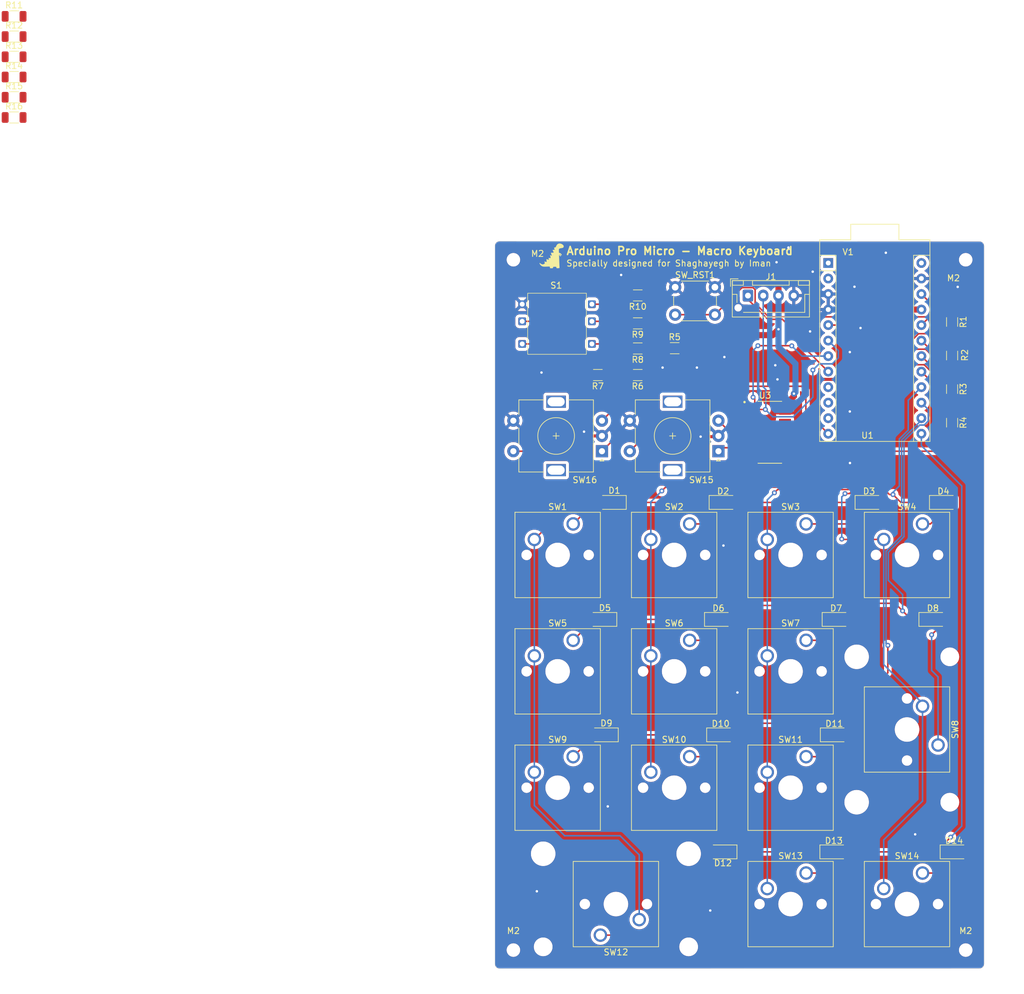
<source format=kicad_pcb>
(kicad_pcb (version 20241229) (generator "pcbnew") (generator_version "9.0")
  (layers (0 "F.Cu" signal) (2 "B.Cu" signal) (13 "F.Paste" user) (15 "B.Paste" user) (5 "F.SilkS" user "F.Silkscreen") (7 "B.SilkS" user "B.Silkscreen") (1 "F.Mask" user) (3 "B.Mask" user) (25 "Edge.Cuts" user))
  (net 0 "")
  (net 1 "Row1")
  (net 2 "Net-(D1-A)")
  (net 3 "Net-(D2-A)")
  (net 4 "Net-(D3-A)")
  (net 5 "Net-(D4-A)")
  (net 6 "Net-(D5-A)")
  (net 7 "Row2")
  (net 8 "Net-(D6-A)")
  (net 9 "Net-(D7-A)")
  (net 10 "Net-(D8-A)")
  (net 11 "Row3")
  (net 12 "Net-(D9-A)")
  (net 13 "Net-(D10-A)")
  (net 14 "Net-(D11-A)")
  (net 15 "Net-(D12-A)")
  (net 16 "Row4")
  (net 17 "Net-(D13-A)")
  (net 18 "Net-(D14-A)")
  (net 19 "Col1")
  (net 20 "Net-(R1-Pad2)")
  (net 21 "Col2")
  (net 22 "Net-(R2-Pad2)")
  (net 23 "Net-(R3-Pad2)")
  (net 24 "Col3")
  (net 25 "Net-(R4-Pad2)")
  (net 26 "Col4")
  (net 27 "GND")
  (net 30 "CLK")
  (net 31 "VCC")
  (net 33 "SDA")
  (net 34 "A1")
  (net 35 "Net-(S1-B)")
  (net 36 "Net-(S1-Push)")
  (net 37 "Net-(S1-C)")
  (net 38 "Net-(S1-D)")
  (net 39 "Net-(S1-A)")
  (net 40 "E1_A")
  (net 41 "E1_B")
  (net 42 "E1_P")
  (net 43 "E2_B")
  (net 45 "E2_A")
  (net 46 "E2_P")
  (net 49 "Net-(U1-RST)")
  (net 50 "S_IN")
  (net 51 "PL")
  (footprint "Diode_SMD:D_1206_3216Metric" (layer "F.Cu") (at 100.1776 80.7212 180)
    (property "Reference" "D1")
    (property "Value" "1N4148WT" (hide yes))
  )
  (footprint "SN74HC165DR:SOIC127P600X175-16N" (layer "F.Cu") (at 125.9588 69.2404)
    (property "Reference" "U3")
    (property "Value" "SN74HC165DR")
  )
  (footprint "Resistor_SMD:R_1206_3216Metric" (layer "F.Cu") (at 2.305 14.395)
    (property "Reference" "R15")
    (property "Value" "10K")
  )
  (footprint "Resistor_SMD:R_1206_3216Metric" (layer "F.Cu") (at 155.7782 67.6656 -90)
    (property "Reference" "R4")
    (property "Value" "10K")
  )
  (footprint "Diode_SMD:D_1206_3216Metric" (layer "F.Cu") (at 117.9068 118.7704)
    (property "Reference" "D10")
    (property "Value" "1N4148WT" (hide yes))
  )
  (footprint "Resistor_SMD:R_1206_3216Metric" (layer "F.Cu") (at 104.3432 46.8376 180)
    (property "Reference" "R10")
    (property "Value" "10K")
  )
  (footprint "Diode_SMD:D_1206_3216Metric" (layer "F.Cu") (at 136.4234 137.922)
    (property "Reference" "D13")
    (property "Value" "1N4148WT" (hide yes))
  )
  (footprint "SW_Cherry_MX_1_with_3D:SW_Cherry_MX_1.00u_PCB_with_3D" (layer "F.Cu") (at 131.8872 141.3892)
    (property "Reference" "SW13")
    (property "Value" "SW_Push")
  )
  (footprint "Resistor_SMD:R_1206_3216Metric" (layer "F.Cu") (at 2.305 7.775)
    (property "Reference" "R13")
    (property "Value" "10K")
  )
  (footprint "Button_Switch_THT:SW_PUSH_6mm_H4.3mm" (layer "F.Cu") (at 110.467 45.4872)
    (property "Reference" "SW_RST1")
    (property "Value" "SW_Push")
  )
  (footprint "Resistor_SMD:R_1206_3216Metric" (layer "F.Cu") (at 155.7782 51.181 -90)
    (property "Reference" "R1")
    (property "Value" "10K")
  )
  (footprint "Diode_SMD:D_1206_3216Metric" (layer "F.Cu") (at 118.2878 137.922 180)
    (property "Reference" "D12")
    (property "Value" "1N4148WT" (hide yes))
  )
  (footprint "Arduino:Sparkfun_Pro_Micro" (layer "F.Cu") (at 150.749 69.469 180)
    (property "Reference" "U1")
    (property "Value" "Sparkfun_Pro_Micro")
  )
  (footprint "5Way_Switch:5Way_switch" (layer "F.Cu") (at 90.1372 45.3754)
    (property "Reference" "S1")
    (property "Value" "JS5208" (hide yes))
  )
  (footprint "Diode_SMD:D_1206_3216Metric" (layer "F.Cu") (at 98.871 118.7704 180)
    (property "Reference" "D9")
    (property "Value" "1N4148WT" (hide yes))
  )
  (footprint "SW_Cherry_MX_1_with_3D:SW_Cherry_MX_1.00u_PCB_with_3D" (layer "F.Cu") (at 131.8872 122.3392)
    (property "Reference" "SW11")
    (property "Value" "SW_Push")
  )
  (footprint "SW_Cherry_MX_1_with_3D:SW_Cherry_MX_1.00u_PCB_with_3D" (layer "F.Cu") (at 150.9372 84.2392)
    (property "Reference" "SW4")
    (property "Value" "SW_Push")
  )
  (footprint "Resistor_SMD:R_1206_3216Metric" (layer "F.Cu") (at 104.3432 59.8678 180)
    (property "Reference" "R6")
    (property "Value" "220")
  )
  (footprint "Diode_SMD:D_1206_3216Metric" (layer "F.Cu") (at 154.3558 80.7212)
    (property "Reference" "D4")
    (property "Value" "1N4148WT" (hide yes))
  )
  (footprint "Diode_SMD:D_1206_3216Metric" (layer "F.Cu") (at 152.6286 99.8728)
    (property "Reference" "D8")
    (property "Value" "1N4148WT" (hide yes))
  )
  (footprint "Resistor_SMD:R_1206_3216Metric" (layer "F.Cu") (at 104.3432 55.5244 180)
    (property "Reference" "R8")
    (property "Value" "1K")
  )
  (footprint "Resistor_SMD:R_1206_3216Metric" (layer "F.Cu") (at 155.7782 62.170733 -90)
    (property "Reference" "R3")
    (property "Value" "10K")
  )
  (footprint "Rotary_Encoder:RotaryEncoder_Alps_EC11E-Switch_Vertical_H20mm" (layer "F.Cu") (at 117.5472 72.3392 180)
    (property "Reference" "SW15")
    (property "Value" "RotaryEncoder_Switch")
  )
  (footprint "Diode_SMD:D_1206_3216Metric" (layer "F.Cu") (at 117.5512 99.8728)
    (property "Reference" "D6")
    (property "Value" "1N4148WT" (hide yes))
  )
  (footprint "Connector_JST:JST_XH_B4B-XH-AM_1x04_P2.50mm_Vertical" (layer "F.Cu") (at 122.3702 46.863)
    (property "Reference" "J1")
    (property "Value" "DISPLAY")
  )
  (footprint "SW_Cherry_MX_1_with_3D:SW_Cherry_MX_1.00u_PCB_with_3D" (layer "F.Cu") (at 112.8372 103.2892)
    (property "Reference" "SW6")
    (property "Value" "SW_Push")
  )
  (footprint "SW_Cherry_MX_1_with_3D:SW_Cherry_MX_1.00u_PCB_with_3D" (layer "F.Cu") (at 93.7772 122.3392)
    (property "Reference" "SW9")
    (property "Value" "SW_Push")
  )
  (footprint "SW_Cherry_MX_1_with_3D:SW_Cherry_MX_1.00u_PCB_with_3D" (layer "F.Cu") (at 112.8372 84.2392)
    (property "Reference" "SW2")
    (property "Value" "SW_Push")
  )
  (footprint "Diode_SMD:D_1206_3216Metric" (layer "F.Cu") (at 136.4996 118.7704)
    (property "Reference" "D11")
    (property "Value" "1N4148WT" (hide yes))
  )
  (footprint "SW_Cherry_MX_1_with_3D:SW_Cherry_MX_1.00u_PCB_with_3D" (layer "F.Cu") (at 150.9372 141.3892)
    (property "Reference" "SW14")
    (property "Value" "SW_Push")
  )
  (footprint "Resistor_SMD:R_1206_3216Metric" (layer "F.Cu") (at 110.3884 55.4736)
    (property "Reference" "R5")
    (property "Value" "10K")
  )
  (footprint "Button_Switch_Keyboard:SW_Cherry_MX_2.00u_PCB" (layer "F.Cu") (at 153.4772 120.4342 -90)
    (property "Reference" "SW8")
    (property "Value" "SW_Push")
  )
  (footprint "Diode_SMD:D_1206_3216Metric" (layer "F.Cu") (at 118.3132 80.7212)
    (property "Reference" "D2")
    (property "Value" "1N4148WT" (hide yes))
  )
  (footprint "SW_Cherry_MX_1_with_3D:SW_Cherry_MX_1.00u_PCB_with_3D" (layer "F.Cu") (at 131.8872 103.2892)
    (property "Reference" "SW7")
    (property "Value" "SW_Push")
  )
  (footprint "MountingHole:MountingHole_2.2mm_M2" (layer "F.Cu") (at 158 154)
    (property "Reference" "M2")
    (property "Value" "MountingHole_2.2mm_M2")
  )
  (footprint "Diode_SMD:D_1206_3216Metric" (layer "F.Cu") (at 142.1892 80.7212)
    (property "Reference" "D3")
    (property "Value" "1N4148WT" (hide yes))
  )
  (footprint "Duddles:black-dina-4x4" (layer "F.Cu") (at 90.2462 40.3606)
    (property "Reference" "Arduino Pro Micro - Macro Keyboard")
    (property "Value" "LOGO" (hide yes))
  )
  (footprint "MountingHole:MountingHole_2.2mm_M2" (layer "F.Cu") (at 84 41)
    (property "Reference" "M2")
    (property "Value" "MountingHole_2.2mm_M2")
  )
  (footprint "Resistor_SMD:R_1206_3216Metric" (layer "F.Cu") (at 155.7782 56.675867 -90)
    (property "Reference" "R2")
    (property "Value" "10K")
  )
  (footprint "Rotary_Encoder:RotaryEncoder_Alps_EC11E-Switch_Vertical_H20mm" (layer "F.Cu") (at 98.4872 72.3392 180)
    (property "Reference" "SW16")
    (property "Value" "RotaryEncoder_Switch")
  )
  (footprint "Resistor_SMD:R_1206_3216Metric" (layer "F.Cu") (at 97.8154 59.8678 180)
    (property "Reference" "R7")
    (property "Value" "330")
  )
  (footprint "Button_Switch_Keyboard:SW_Cherry_MX_2.00u_PCB" (layer "F.Cu") (at 98.2322 151.5492 180)
    (property "Reference" "SW12")
    (property "Value" "SW_Push")
  )
  (footprint "Diode_SMD:D_1206_3216Metric" (layer "F.Cu") (at 156.1084 137.922)
    (property "Reference" "D14")
    (property "Value" "1N4148WT" (hide yes))
  )
  (footprint "MountingHole:MountingHole_2.2mm_M2" (layer "F.Cu") (at 158 41)
    (property "Reference" "M2")
    (property "Value" "MountingHole_2.2mm_M2")
  )
  (footprint "Diode_SMD:D_1206_3216Metric" (layer "F.Cu") (at 98.6282 99.8728 180)
    (property "Reference" "D5")
    (property "Value" "1N4148WT" (hide yes))
  )
  (footprint "Resistor_SMD:R_1206_3216Metric" (layer "F.Cu") (at 104.3432 51.4096 180)
    (property "Reference" "R9")
    (property "Value" "4.7K")
  )
  (footprint "Resistor_SMD:R_1206_3216Metric" (layer "F.Cu") (at 2.305 4.465)
    (property "Reference" "R12")
    (property "Value" "10K")
  )
  (footprint "Resistor_SMD:R_1206_3216Metric" (layer "F.Cu") (at 2.305 11.085)
    (property "Reference" "R14")
    (property "Value" "10K")
  )
  (footprint "MountingHole:MountingHole_2.2mm_M2" (layer "F.Cu") (at 84 154)
    (property "Reference" "M2")
    (property "Value" "MountingHole_2.2mm_M2")
  )
  (footprint "SW_Cherry_MX_1_with_3D:SW_Cherry_MX_1.00u_PCB_with_3D" (layer "F.Cu") (at 112.8372 122.3392)
    (property "Reference" "SW10")
    (property "Value" "SW_Push")
  )
  (footprint "SW_Cherry_MX_1_with_3D:SW_Cherry_MX_1.00u_PCB_with_3D" (layer "F.Cu") (at 93.7772 103.2892)
    (property "Reference" "SW5")
    (property "Value" "SW_Push")
  )
  (footprint "Resistor_SMD:R_1206_3216Metric" (layer "F.Cu") (at 2.305 17.705)
    (property "Reference" "R16")
    (property "Value" "10K")
  )
  (footprint "Resistor_SMD:R_1206_3216Metric" (layer "F.Cu") (at 2.305 1.155)
    (property "Reference" "R11")
    (property "Value" "10K")
  )
  (footprint "SW_Cherry_MX_1_with_3D:SW_Cherry_MX_1.00u_PCB_with_3D" (layer "F.Cu") (at 131.8872 84.2392)
    (property "Reference" "SW3")
    (property "Value" "SW_Push")
  )
  (footprint "Diode_SMD:D_1206_3216Metric" (layer "F.Cu") (at 136.8044 99.8728)
    (property "Reference" "D7")
    (property "Value" "1N4148WT" (hide yes))
  )
  (footprint "SW_Cherry_MX_1_with_3D:SW_Cherry_MX_1.00u_PCB_with_3D" (layer "F.Cu") (at 93.7772 84.2392)
    (property "Reference" "SW1")
    (property "Value" "SW_Push")
  )
  (gr_line (start 160.25 157) (end 81.7372 157.0108) (stroke (width 0.05)) (layer "Edge.Cuts"))
  (gr_arc (start 160.25167 38.00733) (mid 160.782 38.227) (end 161.00167 38.75733) (stroke (width 0.05)) (layer "Edge.Cuts"))
  (gr_line (start 80.9872 156.2608) (end 80.9872 38.735) (stroke (width 0.05)) (layer "Edge.Cuts"))
  (gr_arc (start 80.9872 38.735) (mid 81.20687 38.20467) (end 81.7372 37.985) (stroke (width 0.05)) (layer "Edge.Cuts"))
  (gr_line (start 161.00167 38.75733) (end 161 156.25) (stroke (width 0.05)) (layer "Edge.Cuts"))
  (gr_arc (start 81.7372 157.0108) (mid 81.20687 156.79113) (end 80.9872 156.2608) (stroke (width 0.05)) (layer "Edge.Cuts"))
  (gr_arc (start 161 156.25) (mid 160.78033 156.78033) (end 160.25 157) (stroke (width 0.05)) (layer "Edge.Cuts"))
  (gr_line (start 81.7372 37.985) (end 160.25167 38.007331) (stroke (width 0.05)) (layer "Edge.Cuts"))
  (gr_text "Specially designed for Shaghayegh by Iman\n" (at 109.420697 41.5798 0) (layer "F.SilkS") (effects (font (size 1 1))))
  (gr_text "V1" (at 138.7602 39.7256 0) (layer "F.SilkS") (effects (font (size 1 1))))
  (segment (start 101.5776 80.7212) (end 116.9132 80.7212) (width 0.25) (layer "F.Cu") (net 1))
  (segment (start 143.1514 78.359) (end 140.7892 80.7212) (width 0.25) (layer "F.Cu") (net 1))
  (segment (start 147.3962 80.7212) (end 146.1008 79.4258) (width 0.25) (layer "F.Cu") (net 1))
  (segment (start 123.9012 80.7212) (end 122.2502 79.0702) (width 0.25) (layer "F.Cu") (net 1))
  (segment (start 145.5166 79.4258) (end 144.4498 78.359) (width 0.25) (layer "F.Cu") (net 1))
  (segment (start 146.1008 79.4258) (end 145.5166 79.4258) (width 0.25) (layer "F.Cu") (net 1))
  (segment (start 122.2502 79.0702) (end 118.5642 79.0702) (width 0.25) (layer "F.Cu") (net 1))
  (segment (start 144.4498 78.359) (end 143.1514 78.359) (width 0.25) (layer "F.Cu") (net 1))
  (segment (start 140.7892 80.7212) (end 123.9012 80.7212) (width 0.25) (layer "F.Cu") (net 1))
  (segment (start 152.9558 80.7212) (end 147.3962 80.7212) (width 0.25) (layer "F.Cu") (net 1))
  (segment (start 118.5642 79.0702) (end 116.9132 80.7212) (width 0.25) (layer "F.Cu") (net 1))
  (via (at 146.1008 79.4258) (size 0.8) (drill 0.4) (layers "F.Cu" "B.Cu") (net 1))
  (segment (start 148.602114 68.871514) (end 147.1422 70.331428) (width 0.25) (layer "B.Cu") (net 1))
  (segment (start 148.602114 63.995886) (end 148.602114 68.871514) (width 0.25) (layer "B.Cu") (net 1))
  (segment (start 150.749 61.849) (end 148.602114 63.995886) (width 0.25) (layer "B.Cu") (net 1))
  (segment (start 146.1008 79.0702) (end 146.1008 79.4258) (width 0.25) (layer "B.Cu") (net 1))
  (segment (start 147.1422 70.331428) (end 147.1422 78.0288) (width 0.25) (layer "B.Cu") (net 1))
  (segment (start 147.1422 78.0288) (end 146.1008 79.0702) (width 0.25) (layer "B.Cu") (net 1))
  (segment (start 97.2952 80.7212) (end 98.7776 80.7212) (width 0.25) (layer "F.Cu") (net 2))
  (segment (start 93.7772 84.2392) (end 97.2952 80.7212) (width 0.25) (layer "F.Cu") (net 2))
  (segment (start 116.1952 84.2392) (end 112.8372 84.2392) (width 0.25) (layer "F.Cu") (net 3))
  (segment (start 119.7132 80.7212) (end 116.1952 84.2392) (width 0.25) (layer "F.Cu") (net 3))
  (segment (start 143.5892 80.7212) (end 140.0712 84.2392) (width 0.25) (layer "F.Cu") (net 4))
  (segment (start 140.0712 84.2392) (end 131.8872 84.2392) (width 0.25) (layer "F.Cu") (net 4))
  (segment (start 152.2378 84.2392) (end 150.9372 84.2392) (width 0.25) (layer "F.Cu") (net 5))
  (segment (start 155.7558 80.7212) (end 152.2378 84.2392) (width 0.25) (layer "F.Cu") (net 5))
  (segment (start 97.1936 99.8728) (end 97.2282 99.8728) (width 0.25) (layer "F.Cu") (net 6))
  (segment (start 93.7772 103.2892) (end 97.1936 99.8728) (width 0.25) (layer "F.Cu") (net 6))
  (segment (start 135.4044 99.8728) (end 135.4044 98.047) (width 0.25) (layer "F.Cu") (net 7))
  (segment (start 117.0432 99.8728) (end 116.1512 99.8728) (width 0.25) (layer "F.Cu") (net 7))
  (segment (start 136.2202 97.2312) (end 146.431 97.2312) (width 0.25) (layer "F.Cu") (net 7))
  (segment (start 149.0726 99.8728) (end 147.6756 98.4758) (width 0.25) (layer "F.Cu") (net 7))
  (segment (start 119.3292 97.5868) (end 117.0432 99.8728) (width 0.25) (layer "F.Cu") (net 7))
  (segment (start 133.1184 97.5868) (end 119.3292 97.5868) (width 0.25) (layer "F.Cu") (net 7))
  (segment (start 135.4044 98.047) (end 136.2202 97.2312) (width 0.25) (layer "F.Cu") (net 7))
  (segment (start 146.431 97.2312) (end 147.6756 98.4758) (width 0.25) (layer "F.Cu") (net 7))
  (segment (start 151.2286 99.8728) (end 149.0726 99.8728) (width 0.25) (layer "F.Cu") (net 7))
  (segment (start 135.4044 99.8728) (end 133.1184 97.5868) (width 0.25) (layer "F.Cu") (net 7))
  (segment (start 100.0282 99.8728) (end 116.1512 99.8728) (width 0.25) (layer "F.Cu") (net 7))
  (via (at 147.6756 98.4758) (size 0.8) (drill 0.4) (layers "F.Cu" "B.Cu") (net 7))
  (segment (start 150.487772 68.055) (end 147.9012 70.641572) (width 0.25) (layer "B.Cu") (net 7))
  (segment (start 147.6756 95.8044) (end 147.6756 98.4758) (width 0.25) (layer "B.Cu") (net 7))
  (segment (start 145.3432 88.871372) (end 145.3432 93.472) (width 0.25) (layer "B.Cu") (net 7))
  (segment (start 151.875 67.395405) (end 151.215405 68.055) (width 0.25) (layer "B.Cu") (net 7))
  (segment (start 145.3432 93.472) (end 147.6756 95.8044) (width 0.25) (layer "B.Cu") (net 7))
  (segment (start 151.215405 68.055) (end 150.487772 68.055) (width 0.25) (layer "B.Cu") (net 7))
  (segment (start 151.875 65.515) (end 151.875 67.395405) (width 0.25) (layer "B.Cu") (net 7))
  (segment (start 147.9012 86.313372) (end 145.3432 88.871372) (width 0.25) (layer "B.Cu") (net 7))
  (segment (start 147.9012 70.641572) (end 147.9012 86.313372) (width 0.25) (layer "B.Cu") (net 7))
  (segment (start 150.749 64.389) (end 151.875 65.515) (width 0.25) (layer "B.Cu") (net 7))
  (segment (start 115.5348 103.2892) (end 118.9512 99.8728) (width 0.25) (layer "F.Cu") (net 8))
  (segment (start 112.8372 103.2892) (end 115.5348 103.2892) (width 0.25) (layer "F.Cu") (net 8))
  (segment (start 134.788 103.2892) (end 138.2044 99.8728) (width 0.25) (layer "F.Cu") (net 9))
  (segment (start 131.8872 103.2892) (end 134.788 103.2892) (width 0.25) (layer "F.Cu") (net 9))
  (segment (start 152.4254 102.3874) (end 154.0286 100.7842) (width 0.25) (layer "F.Cu") (net 10))
  (segment (start 154.0286 100.7842) (end 154.0286 99.8728) (width 0.25) (layer "F.Cu") (net 10))
  (via (at 152.4254 102.3874) (size 0.8) (drill 0.4) (layers "F.Cu" "B.Cu") (net 10))
  (segment (start 152.4254 108.2294) (end 153.4772 109.2812) (width 0.25) (layer "B.Cu") (net 10))
  (segment (start 152.4254 102.3874) (end 152.4254 108.2294) (width 0.25) (layer "B.Cu") (net 10))
  (segment (start 153.4772 109.2812) (end 153.4772 120.4342) (width 0.25) (layer "B.Cu") (net 10))
  (segment (start 130.048 116.8654) (end 131.953 118.7704) (width 0.25) (layer "F.Cu") (net 11))
  (segment (start 135.0996 118.7704) (end 145.2626 108.6074) (width 0.25) (layer "F.Cu") (net 11))
  (segment (start 100.271 118.7704) (end 116.5068 118.7704) (width 0.25) (layer "F.Cu") (net 11))
  (segment (start 145.2626 108.6074) (end 145.2626 104.1146) (width 0.25) (layer "F.Cu") (net 11))
  (segment (start 117.2718 116.8654) (end 130.048 116.8654) (width 0.25) (layer "F.Cu") (net 11))
  (segment (start 117.221 116.8146) (end 117.2718 116.8654) (width 0.25) (layer "F.Cu") (net 11))
  (segment (start 116.5068 117.5288) (end 117.221 116.8146) (width 0.25) (layer "F.Cu") (net 11))
  (segment (start 116.5068 118.7704) (end 116.5068 117.5288) (width 0.25) (layer "F.Cu") (net 11))
  (segment (start 131.953 118.7704) (end 135.0996 118.7704) (width 0.25) (layer "F.Cu") (net 11))
  (via (at 145.2626 104.1146) (size 0.8) (drill 0.4) (layers "F.Cu" "B.Cu") (net 11))
  (segment (start 150.749 67.2592) (end 150.749 66.929) (width 0.25) (layer "B.Cu") (net 11))
  (segment (start 144.9652 88.7148) (end 147.5232 86.1568) (width 0.25) (layer "B.Cu") (net 11))
  (segment (start 147.5232 86.1568) (end 147.5232 70.485) (width 0.25) (layer "B.Cu") (net 11))
  (segment (start 147.5232 70.485) (end 150.749 67.2592) (width 0.25) (layer "B.Cu") (net 11))
  (segment (start 144.9652 103.8172) (end 144.9652 88.7148) (width 0.25) (layer "B.Cu") (net 11))
  (segment (start 145.2626 104.1146) (end 144.9652 103.8172) (width 0.25) (layer "B.Cu") (net 11))
  (segment (start 93.7772 122.3392) (end 97.346 118.7704) (width 0.25) (layer "F.Cu") (net 12))
  (segment (start 97.346 118.7704) (end 97.471 118.7704) (width 0.25) (layer "F.Cu") (net 12))
  (segment (start 112.8372 122.3392) (end 115.738 122.3392) (width 0.25) (layer "F.Cu") (net 13))
  (segment (start 115.738 122.3392) (end 119.3068 118.7704) (width 0.25) (layer "F.Cu") (net 13))
  (segment (start 131.8872 122.3392) (end 134.3308 122.3392) (width 0.25) (layer "F.Cu") (net 14))
  (segment (start 134.3308 122.3392) (end 137.8996 118.7704) (width 0.25) (layer "F.Cu") (net 14))
  (segment (start 98.2322 151.5492) (end 109.9184 151.5492) (width 0.25) (layer "F.Cu") (net 15))
  (segment (start 109.9184 151.5492) (end 116.8878 144.5798) (width 0.25) (layer "F.Cu") (net 15))
  (segment (start 116.8878 144.5798) (end 116.8878 137.922) (width 0.25) (layer "F.Cu") (net 15))
  (segment (start 141.859 137.922) (end 154.7084 137.922) (width 0.25) (layer "F.Cu") (net 16))
  (segment (start 119.6878 137.922) (end 135.0234 137.922) (width 0.25) (layer "F.Cu") (net 16))
  (segment (start 154.7084 136.3502) (end 155.5496 135.509) (width 0.25) (layer "F.Cu") (net 16))
  (segment (start 154.7084 137.922) (end 154.7084 136.3502) (width 0.25) (layer "F.Cu") (net 16))
  (segment (start 135.0234 137.922) (end 137.4364 135.509) (width 0.25) (layer "F.Cu") (net 16))
  (segment (start 137.4364 135.509) (end 139.446 135.509) (width 0.25) (layer "F.Cu") (net 16))
  (segment (start 139.446 135.509) (end 141.859 137.922) (width 0.25) (layer "F.Cu") (net 16))
  (via (at 155.5496 135.509) (size 0.8) (drill 0.4) (layers "F.Cu" "B.Cu") (net 16))
  (segment (start 150.749 71.4248) (end 150.749 69.469) (width 0.25) (layer "B.Cu") (net 16))
  (segment (start 157.353 78.0288) (end 150.749 71.4248) (width 0.25) (layer "B.Cu") (net 16))
  (segment (start 157.353 133.7056) (end 157.353 78.0288) (width 0.25) (layer "B.Cu") (net 16))
  (segment (start 155.5496 135.509) (end 157.353 133.7056) (width 0.25) (layer "B.Cu") (net 16))
  (segment (start 134.3562 141.3892) (end 131.8872 141.3892) (width 0.25) (layer "F.Cu") (net 17))
  (segment (start 137.8234 137.922) (end 134.3562 141.3892) (width 0.25) (layer "F.Cu") (net 17))
  (segment (start 154.0412 141.3892) (end 157.5084 137.922) (width 0.25) (layer "F.Cu") (net 18))
  (segment (start 150.9372 141.3892) (end 154.0412 141.3892) (width 0.25) (layer "F.Cu") (net 18))
  (segment (start 155.7782 49.7185) (end 152.7195 49.7185) (width 0.25) (layer "F.Cu") (net 19))
  (segment (start 152.7195 49.7185) (end 150.749 51.689) (width 0.25) (layer "F.Cu") (net 19))
  (segment (start 155.7782 52.6435) (end 155.3187 53.103) (width 0.25) (layer "F.Cu") (net 20))
  (segment (start 150.282595 53.103) (end 144.7292 58.656395) (width 0.25) (layer "F.Cu") (net 20))
  (segment (start 155.3187 53.103) (end 150.282595 53.103) (width 0.25) (layer "F.Cu") (net 20))
  (segment (start 144.7292 58.656395) (end 144.7292 71.9328) (width 0.25) (layer "F.Cu") (net 20))
  (segment (start 144.7292 71.9328) (end 138.811 77.851) (width 0.25) (layer "F.Cu") (net 20))
  (segment (start 96.3554 77.851) (end 87.4272 86.7792) (width 0.25) (layer "F.Cu") (net 20))
  (segment (start 138.811 77.851) (end 96.3554 77.851) (width 0.25) (layer "F.Cu") (net 20))
  (segment (start 92.3798 135.2804) (end 87.4272 130.3278) (width 0.25) (layer "B.Cu") (net 20))
  (segment (start 104.5822 138.415) (end 101.4476 135.2804) (width 0.25) (layer "B.Cu") (net 20))
  (segment (start 87.4272 124.8792) (end 87.4272 86.7792) (width 0.25) (layer "B.Cu") (net 20))
  (segment (start 101.4476 135.2804) (end 92.3798 135.2804) (width 0.25) (layer "B.Cu") (net 20))
  (segment (start 104.5822 149.0092) (end 104.5822 138.415) (width 0.25) (layer "B.Cu") (net 20))
  (segment (start 87.4272 130.3278) (end 87.4272 124.8792) (width 0.25) (layer "B.Cu") (net 20))
  (segment (start 155.7782 55.213367) (end 151.733367 55.213367) (width 0.25) (layer "F.Cu") (net 21))
  (segment (start 151.733367 55.213367) (end 150.749 54.229) (width 0.25) (layer "F.Cu") (net 21))
  (segment (start 145.1072 72.089373) (end 138.967572 78.229) (width 0.25) (layer "F.Cu") (net 22))
  (segment (start 145.1072 58.812967) (end 145.1072 72.089373) (width 0.25) (layer "F.Cu") (net 22))
  (segment (start 108.8928 78.229) (end 108.2802 78.8416) (width 0.25) (layer "F.Cu") (net 22))
  (segment (start 151.4518 55.643) (end 148.277167 55.643) (width 0.25) (layer "F.Cu") (net 22))
  (segment (start 148.277167 55.643) (end 145.1072 58.812967) (width 0.25) (layer "F.Cu") (net 22))
  (segment (start 155.7782 58.138367) (end 153.947167 58.138367) (width 0.25) (layer "F.Cu") (net 22))
  (segment (start 138.967572 78.229) (end 108.8928 78.229) (width 0.25) (layer "F.Cu") (net 22))
  (segment (start 153.947167 58.138367) (end 151.4518 55.643) (width 0.25) (layer "F.Cu") (net 22))
  (via (at 108.2802 78.8416) (size 0.8) (drill 0.4) (layers "F.Cu" "B.Cu") (net 22))
  (segment (start 106.4872 80.6346) (end 108.2802 78.8416) (width 0.25) (layer "B.Cu") (net 22))
  (segment (start 106.4872 86.7792) (end 106.4872 124.8792) (width 0.25) (layer "B.Cu") (net 22))
  (segment (start 106.4872 86.7792) (end 106.4872 80.6346) (width 0.25) (layer "B.Cu") (net 22))
  (segment (start 145.4852 58.969539) (end 146.271739 58.183) (width 0.25) (layer "F.Cu") (net 23))
  (segment (start 151.215405 58.183) (end 155.7782 62.745795) (width 0.25) (layer "F.Cu") (net 23))
  (segment (start 126.6952 79.1464) (end 127.2346 78.607) (width 0.25) (layer "F.Cu") (net 23))
  (segment (start 146.271739 58.183) (end 151.215405 58.183) (width 0.25) (layer "F.Cu") (net 23))
  (segment (start 127.2346 78.607) (end 139.124145 78.607) (width 0.25) (layer "F.Cu") (net 23))
  (segment (start 155.7782 62.745795) (end 155.7782 63.633233) (width 0.25) (layer "F.Cu") (net 23))
  (segment (start 139.124145 78.607) (end 145.4852 72.245945) (width 0.25) (layer "F.Cu") (net 23))
  (segment (start 145.4852 72.245945) (end 145.4852 58.969539) (width 0.25) (layer "F.Cu") (net 23))
  (via (at 126.6952 79.1464) (size 0.8) (drill 0.4) (layers "F.Cu" "B.Cu") (net 23))
  (segment (start 125.5372 105.8292) (end 125.5372 143.9292) (width 0.25) (layer "B.Cu") (net 23))
  (segment (start 125.5372 86.7792) (end 125.5372 80.3044) (width 0.25) (layer "B.Cu") (net 23))
  (segment (start 125.5372 105.8292) (end 125.5372 86.7792) (width 0.25) (layer "B.Cu") (net 23))
  (segment (start 125.5372 80.3044) (end 126.6952 79.1464) (width 0.25) (layer "B.Cu") (net 23))
  (segment (start 155.7782 60.708233) (end 154.688233 60.708233) (width 0.25) (layer "F.Cu") (net 24))
  (segment (start 154.688233 60.708233) (end 150.749 56.769) (width 0.25) (layer "F.Cu") (net 24))
  (segment (start 137.7824 86.7792) (end 137.7188 86.7156) (width 0.25) (layer "F.Cu") (net 25))
  (segment (start 154.305 71.9836) (end 154.305 70.6013) (width 0.25) (layer "F.Cu") (net 25))
  (segment (start 153.9494 72.3392) (end 154.305 71.9836) (width 0.25) (layer "F.Cu") (net 25))
  (segment (start 138.992318 79.2734) (end 145.926518 72.3392) (width 0.25) (layer "F.Cu") (net 25))
  (segment (start 138.2522 79.2734) (end 138.992318 79.2734) (width 0.25) (layer "F.Cu") (net 25))
  (segment (start 144.5872 86.7792) (end 137.7824 86.7792) (width 0.25) (layer "F.Cu") (net 25))
  (segment (start 154.305 70.6013) (end 155.7782 69.1281) (width 0.25) (layer "F.Cu") (net 25))
  (segment (start 145.926518 72.3392) (end 153.9494 72.3392) (width 0.25) (layer "F.Cu") (net 25))
  (via (at 138.2522 79.2734) (size 0.8) (drill 0.4) (layers "F.Cu" "B.Cu") (net 25))
  (via (at 137.7188 86.7156) (size 0.8) (drill 0.4) (layers "F.Cu" "B.Cu") (net 25))
  (segment (start 144.5872 107.264717) (end 150.9372 113.614717) (width 0.25) (layer "B.Cu") (net 25))
  (segment (start 138.2014 79.3242) (end 138.2522 79.2734) (width 0.25) (layer "B.Cu") (net 25))
  (segment (start 137.7188 79.8322) (end 138.2014 79.3496) (width 0.25) (layer "B.Cu") (net 25))
  (segment (start 150.9372 129.6058) (end 144.5872 135.9558) (width 0.25) (layer "B.Cu") (net 25))
  (segment (start 137.7188 86.7156) (end 137.7188 79.8322) (width 0.25) (layer "B.Cu") (net 25))
  (segment (start 138.2014 79.3496) (end 138.2014 79.3242) (width 0.25) (layer "B.Cu") (net 25))
  (segment (start 150.9372 113.614717) (end 150.9372 114.0842) (width 0.25) (layer "B.Cu") (net 25))
  (segment (start 144.5872 135.9558) (end 144.5872 143.9292) (width 0.25) (layer "B.Cu") (net 25))
  (segment (start 144.5872 86.7792) (end 144.5872 107.264717) (width 0.25) (layer "B.Cu") (net 25))
  (segment (start 150.9372 114.0842) (end 150.9372 129.6058) (width 0.25) (layer "B.Cu") (net 25))
  (segment (start 153.5684 62.1284) (end 150.749 59.309) (width 0.25) (layer "F.Cu") (net 26))
  (segment (start 153.5684 63.9933) (end 153.5684 62.1284) (width 0.25) (layer "F.Cu") (net 26))
  (segment (start 155.7782 66.2031) (end 153.5684 63.9933) (width 0.25) (layer "F.Cu") (net 26))
  (segment (start 127.2032 60.579) (end 130.1496 60.579) (width 0.5) (layer "F.Cu") (net 27))
  (segment (start 96.2552 69.8392) (end 95.5548 69.1388) (width 0.5) (layer "F.Cu") (net 27))
  (segment (start 139.0396 62.9666) (end 139.0396 65.8368) (width 0.5) (layer "F.Cu") (net 27))
  (segment (start 130.1496 60.579) (end 136.652 60.579) (width 0.5) (layer "F.Cu") (net 27))
  (segment (start 136.652 60.579) (end 139.0396 62.9666) (width 0.5) (layer "F.Cu") (net 27))
  (segment (start 98.4872 69.8392) (end 96.2552 69.8392) (width 0.5) (layer "F.Cu") (net 27))
  (segment (start 117.4348 69.9516) (end 114.6302 69.9516) (width 0.5) (layer "F.Cu") (net 27))
  (segment (start 117.5472 69.8392) (end 117.4348 69.9516) (width 0.25) (layer "F.Cu") (net 27))
  (via (at 149.733 135.0518) (size 0.8) (drill 0.4) (layers "F.Cu" "B.Cu") (net 27))
  (via (at 116.205 147.5232) (size 0.8) (drill 0.4) (layers "F.Cu" "B.Cu") (net 27))
  (via (at 129 39) (size 0.8) (drill 0.4) (layers "F.Cu" "B.Cu") (net 27))
  (via (at 139.0396 65.8368) (size 0.8) (drill 0.4) (layers "F.Cu" "B.Cu") (net 27))
  (via (at 139.8016 45.4152) (size 0.8) (drill 0.4) (layers "F.Cu" "B.Cu") (net 27))
  (via (at 132.969 42.9514) (size 0.8) (drill 0.4) (layers "F.Cu" "B.Cu") (net 27))
  (via (at 108.4072 58.6486) (size 0.8) (drill 0.4) (layers "F.Cu" "B.Cu") (net 27))
  (via (at 156.6926 45.4406) (size 0.8) (drill 0.4) (layers "F.Cu" "B.Cu") (net 27))
  (via (at 101.6254 43.4848) (size 0.8) (drill 0.4) (layers "F.Cu" "B.Cu") (net 27))
  (via (at 140.7922 52.1716) (size 0.8) (drill 0.4) (layers "F.Cu" "B.Cu") (net 27))
  (via (at 126.8476 58.2676) (size 0.8) (drill 0.4) (layers "F.Cu" "B.Cu") (net 27))
  (via (at 144.9324 39.8526) (size 0.8) (drill 0.4) (layers "F.Cu" "B.Cu") (net 27))
  (via (at 132.5372 52.7304) (size 0.8) (drill 0.4) (layers "F.Cu" "B.Cu") (net 27))
  (via (at 139.065 74.2696) (size 0.8) (drill 0.4) (layers "F.Cu" "B.Cu") (net 27))
  (via (at 99.441 130.4798) (size 0.8) (drill 0.4) (layers "F.Cu" "B.Cu") (net 27))
  (via (at 118.5164 56.9214) (size 0.8) (drill 0.4) (layers "F.Cu" "B.Cu") (net 27))
  (via (at 88.5952 59.4614) (size 0.8) (drill 0.4) (layers "F.Cu" "B.Cu") (net 27))
  (via (at 127.0508 41.402) (size 0.8) (drill 0.4) (layers "F.Cu" "B.Cu") (net 27))
  (via (at 114.6302 69.9516) (size 0.8) (drill 0.4) (layers "F.Cu" "B.Cu") (net 27))
  (via (at 120.65 111.8362) (size 0.8) (drill 0.4) (layers "F.Cu" "B.Cu") (net 27))
  (via (at 118.364 87.7824) (size 0.8) (drill 0.4) (layers "F.Cu" "B.Cu") (net 27))
  (via (at 114.0206 58.6486) (size 0.8) (drill 0.4) (layers "F.Cu" "B.Cu") (net 27))
  (via (at 127.2032 60.579) (size 0.8) (drill 0.4) (layers "F.Cu" "B.Cu") (net 27))
  (via (at 139.0396 56.1086) (size 0.8) (drill 0.4) (layers "F.Cu" "B.Cu") (net 27))
  (via (at 87.8332 144.3736) (size 0.8) (drill 0.4) (layers "F.Cu" "B.Cu") (net 27))
  (via (at 95.5548 69.1388) (size 0.8) (drill 0.4) (layers "F.Cu" "B.Cu") (net 27))
  (segment (start 140.7922 52.1716) (end 140.7922 54.4068) (width 1) (layer "B.Cu") (net 27))
  (segment (start 132.5372 52.1208) (end 132.5372 52.7304) (width 1) (layer "B.Cu") (net 27))
  (segment (start 139.0904 56.1086) (end 139.0396 56.1086) (width 1) (layer "B.Cu") (net 27))
  (segment (start 139.0396 65.8368) (end 139.0396 74.2442) (width 1) (layer "B.Cu") (net 27))
  (segment (start 137.7696 49.149) (end 140.7922 52.1716) (width 1) (layer "B.Cu") (net 27))
  (segment (start 140.7922 54.4068) (end 139.0904 56.1086) (width 1) (layer "B.Cu") (net 27))
  (segment (start 132.969 42.9514) (end 128.6002 42.9514) (width 1) (layer "B.Cu") (net 27))
  (segment (start 134.366 46.609) (end 132.969 45.212) (width 1) (layer "B.Cu") (net 27))
  (segment (start 128.6002 42.9514) (end 127.0508 41.402) (width 1) (layer "B.Cu") (net 27))
  (segment (start 132.969 45.212) (end 132.969 42.9514) (width 1) (layer "B.Cu") (net 27))
  (segment (start 135.509 49.149) (end 137.7696 49.149) (width 1) (layer "B.Cu") (net 27))
  (segment (start 135.509 46.609) (end 134.366 46.609) (width 1) (layer "B.Cu") (net 27))
  (segment (start 127.2032 58.6232) (end 126.8476 58.2676) (width 0.5) (layer "B.Cu") (net 27))
  (segment (start 108.4072 52.9082) (end 108.4072 58.6486) (width 1) (layer "B.Cu") (net 27))
  (segment (start 131.4306 39) (end 132.969 40.5384) (width 1) (layer "B.Cu") (net 27))
  (segment (start 139.0396 56.1086) (end 139.065 56.1086) (width 1) (layer "B.Cu") (net 27))
  (segment (start 108.9152 53.4162) (end 108.4072 52.9082) (width 1) (layer "B.Cu") (net 27))
  (segment (start 129 39) (end 131.4306 39) (width 1) (layer "B.Cu") (net 27))
  (segment (start 139.0396 56.1086) (end 139.0396 65.8368) (width 1) (layer "B.Cu") (net 27))
  (segment (start 127.2032 60.579) (end 127.2032 58.6232) (width 0.5) (layer "B.Cu") (net 27))
  (segment (start 114.0206 58.6486) (end 114.0206 55.1688) (width 1) (layer "B.Cu") (net 27))
  (segment (start 103.0472 67.3392) (end 105.6596 69.9516) (width 0.5) (layer "B.Cu") (net 27))
  (segment (start 112.268 53.4162) (end 108.9152 53.4162) (width 1) (layer "B.Cu") (net 27))
  (segment (start 132.969 42.9514) (end 132.969 40.5384) (width 1) (layer "B.Cu") (net 27))
  (segment (start 110.467 45.4872) (end 108.4072 47.547) (width 1) (layer "B.Cu") (net 27))
  (segment (start 114.0206 55.1688) (end 112.268 53.4162) (width 1) (layer "B.Cu") (net 27))
  (segment (start 105.6596 69.9516) (end 114.6302 69.9516) (width 0.5) (layer "B.Cu") (net 27))
  (segment (start 135.509 49.149) (end 132.5372 52.1208) (width 1) (layer "B.Cu") (net 27))
  (segment (start 108.4072 47.547) (end 108.4072 52.9082) (width 1) (layer "B.Cu") (net 27))
  (segment (start 139.0396 74.2442) (end 139.065 74.2696) (width 1) (layer "B.Cu") (net 27))
  (segment (start 125.222 65.5066) (end 124.0426 65.5066) (width 0.25) (layer "F.Cu") (net 30))
  (segment (start 124.0426 65.5066) (end 123.4838 66.0654) (width 0.25) (layer "F.Cu") (net 30))
  (via (at 132.9944 59.055) (size 0.8) (drill 0.4) (layers "F.Cu" "B.Cu") (net 30))
  (via (at 125.222 65.5066) (size 0.8) (drill 0.4) (layers "F.Cu" "B.Cu") (net 30))
  (segment (start 137.16 57.0484) (end 137.16 55.88) (width 0.25) (layer "B.Cu") (net 30))
  (segment (start 136.1694 58.039) (end 137.16 57.0484) (width 0.25) (layer "B.Cu") (net 30))
  (segment (start 126.4158 66.7004) (end 129.794 66.7004) (width 0.25) (layer "B.Cu") (net 30))
  (segment (start 125.2982 65.4304) (end 125.222 65.5066) (width 0.25) (layer "B.Cu") (net 30))
  (segment (start 129.794 66.7004) (end 132.9944 63.5) (width 0.25) (layer "B.Cu") (net 30))
  (segment (start 124.8664 61.7982) (end 125.2982 62.23) (width 0.25) (layer "B.Cu") (net 30))
  (segment (start 125.222 65.5066) (end 126.4158 66.7004) (width 0.25) (layer "B.Cu") (net 30))
  (segment (start 125.2982 62.23) (end 125.2982 65.4304) (width 0.25) (layer "B.Cu") (net 30))
  (segment (start 134.0104 58.039) (end 136.1694 58.039) (width 0.25) (layer "B.Cu") (net 30))
  (segment (start 137.16 55.88) (end 135.509 54.229) (width 0.25) (layer "B.Cu") (net 30))
  (segment (start 124.8664 58.2422) (end 124.8664 61.7982) (width 0.25) (layer "B.Cu") (net 30))
  (segment (start 132.9944 63.5) (end 132.9944 59.055) (width 0.25) (layer "B.Cu") (net 30))
  (segment (start 124.8702 56.435) (end 124.8702 46.863) (width 0.25) (layer "B.Cu") (net 30))
  (segment (start 124.8664 58.2422) (end 124.8664 56.4388) (width 0.25) (layer "B.Cu") (net 30))
  (segment (start 124.8664 56.4388) (end 124.8702 56.435) (width 0.25) (layer "B.Cu") (net 30))
  (segment (start 132.9944 59.055) (end 134.0104 58.039) (width 0.25) (layer "B.Cu") (net 30))
  (segment (start 141.5796 42.5704) (end 141.5796 40.5892) (width 1) (layer "F.Cu") (net 31))
  (segment (start 148.1582 49.149) (end 141.5796 42.5704) (width 1) (layer "F.Cu") (net 31))
  (segment (start 113.9845 53.34) (end 126.405 53.34) (width 1) (layer "F.Cu") (net 31))
  (segment (start 126.405 53.34) (end 127.3702 52.3748) (width 1) (layer "F.Cu") (net 31))
  (segment (start 127.3702 44.6386) (end 127.3702 46.863) (width 1) (layer "F.Cu") (net 31))
  (segment (start 150.749 49.149) (end 148.1582 49.149) (width 1) (layer "F.Cu") (net 31))
  (segment (start 129.8956 62.9158) (end 129.8956 63.3336) (width 1) (layer "F.Cu") (net 31))
  (segment (start 129.8956 63.3336) (end 128.4338 64.7954) (width 1) (layer "F.Cu") (net 31))
  (segment (start 140.2404 39.25) (end 132.7588 39.25) (width 1) (layer "F.Cu") (net 31))
  (segment (start 111.8509 55.4736) (end 113.9845 53.34) (width 1) (layer "F.Cu") (net 31))
  (segment (start 132.7588 39.25) (end 127.3702 44.6386) (width 1) (layer "F.Cu") (net 31))
  (segment (start 141.5796 40.5892) (end 140.2404 39.25) (width 1) (layer "F.Cu") (net 31))
  (via (at 127.3702 52.3748) (size 0.8) (drill 0.4) (layers "F.Cu" "B.Cu") (net 31))
  (via (at 129.8956 62.9158) (size 0.8) (drill 0.4) (layers "F.Cu" "B.Cu") (net 31))
  (segment (start 130.1496 58.039) (end 130.1496 62.6618) (width 1) (layer "B.Cu") (net 31))
  (segment (start 127.3702 46.863) (end 127.3702 55.2596) (width 1) (layer "B.Cu") (net 31))
  (segment (start 127.3702 55.2596) (end 130.1496 58.039) (width 1) (layer "B.Cu") (net 31))
  (segment (start 130.1496 62.6618) (end 129.8956 62.9158) (width 1) (layer "B.Cu") (net 31))
  (segment (start 122.3702 47.491) (end 125.6284 50.7492) (width 0.25) (layer "F.Cu") (net 33))
  (segment (start 122.3702 46.863) (end 122.3702 47.491) (width 0.25) (layer "F.Cu") (net 33))
  (segment (start 128.016 50.7492) (end 129.1082 51.8414) (width 0.25) (layer "F.Cu") (net 33))
  (segment (start 129.1082 51.8414) (end 129.1082 52.9082) (width 0.25) (layer "F.Cu") (net 33))
  (segment (start 125.6284 50.7492) (end 128.016 50.7492) (width 0.25) (layer "F.Cu") (net 33))
  (segment (start 129.1082 52.9082) (end 135.509 59.309) (width 0.25) (layer "F.Cu") (net 33))
  (segment (start 131.8514 62.4332) (end 131.1232 61.705) (width 0.25) (layer "F.Cu") (net 34))
  (segment (start 105.8057 59.8678) (end 105.8057 46.8376) (width 0.25) (layer "F.Cu") (net 34))
  (segment (start 135.509 69.469) (end 131.8514 65.8114) (width 0.25) (layer "F.Cu") (net 34))
  (segment (start 108.9259 55.4736) (end 105.8565 55.4736) (width 0.25) (layer "F.Cu") (net 34))
  (segment (start 131.1232 61.705) (end 117.662372 61.705) (width 0.25) (layer "F.Cu") (net 34))
  (segment (start 100.7257 61.3156) (end 99.2779 59.8678) (width 0.25) (layer "F.Cu") (net 34))
  (segment (start 131.8514 65.8114) (end 131.8514 62.4332) (width 0.25) (layer "F.Cu") (net 34))
  (segment (start 117.247572 61.2902) (end 114.7425 61.2902) (width 0.25) (layer "F.Cu") (net 34))
  (segment (start 105.8057 60.8183) (end 105.3084 61.3156) (width 0.25) (layer "F.Cu") (net 34))
  (segment (start 105.3084 61.3156) (end 100.7257 61.3156) (width 0.25) (layer "F.Cu") (net 34))
  (segment (start 105.8057 59.8678) (end 105.8057 60.8183) (width 0.25) (layer "F.Cu") (net 34))
  (segment (start 117.662372 61.705) (end 117.247572 61.2902) (width 0.25) (layer "F.Cu") (net 34))
  (segment (start 114.7425 61.2902) (end 108.9259 55.4736) (width 0.25) (layer "F.Cu") (net 34))
  (segment (start 105.8565 55.4736) (end 105.8057 55.5244) (width 0.25) (layer "F.Cu") (net 34))
  (segment (start 88.095072 51.0754) (end 85.4372 51.0754) (width 0.25) (layer "F.Cu") (net 35))
  (segment (start 94.957072 57.9374) (end 88.095072 51.0754) (width 0.25) (layer "F.Cu") (net 35))
  (segment (start 102.8807 59.8678) (end 100.9503 57.9374) (width 0.25) (layer "F.Cu") (net 35))
  (segment (start 100.9503 57.9374) (end 94.957072 57.9374) (width 0.25) (layer "F.Cu") (net 35))
  (segment (start 91.2605 54.7754) (end 85.4372 54.7754) (width 0.25) (layer "F.Cu") (net 36))
  (segment (start 96.3529 59.8678) (end 91.2605 54.7754) (width 0.25) (layer "F.Cu") (net 36))
  (segment (start 102.8807 55.5244) (end 102.1317 54.7754) (width 0.25) (layer "F.Cu") (net 37))
  (segment (start 102.1317 54.7754) (end 96.8372 54.7754) (width 0.25) (layer "F.Cu") (net 37))
  (segment (start 102.5465 51.0754) (end 96.8372 51.0754) (width 0.25) (layer "F.Cu") (net 38))
  (segment (start 102.8807 51.4096) (end 102.5465 51.0754) (width 0.25) (layer "F.Cu") (net 38))
  (segment (start 102.8807 46.8376) (end 101.4429 48.2754) (width 0.25) (layer "F.Cu") (net 39))
  (segment (start 101.4429 48.2754) (end 96.8372 48.2754) (width 0.25) (layer "F.Cu") (net 39))
  (segment (start 127.8078 71.7714) (end 118.115 71.7714) (width 0.25) (layer "F.Cu") (net 40))
  (segment (start 128.4338 71.1454) (end 127.8078 71.7714) (width 0.25) (layer "F.Cu") (net 40))
  (segment (start 118.115 71.7714) (end 117.5472 72.3392) (width 0.25) (layer "F.Cu") (net 40))
  (segment (start 128.4338 69.8754) (end 127.8078 70.5014) (width 0.25) (layer "F.Cu") (net 41))
  (segment (start 127.8078 70.5014) (end 120.7172 70.5014) (width 0.25) (layer "F.Cu") (net 41))
  (segment (start 120.6246 70.4088) (end 120.6168 70.4088) (width 0.25) (layer "F.Cu") (net 41))
  (segment (start 120.7172 70.5014) (end 120.6246 70.4088) (width 0.25) (layer "F.Cu") (net 41))
  (segment (start 120.6168 70.4088) (end 117.5472 67.3392) (width 0.25) (layer "F.Cu") (net 41))
  (segment (start 127.8078 69.2314) (end 128.4338 68.6054) (width 0.25) (layer "F.Cu") (net 42))
  (segment (start 108.559 66.8274) (end 112.3188 66.8274) (width 0.25) (layer "F.Cu") (net 42))
  (segment (start 122.405622 69.2314) (end 127.8078 69.2314) (width 0.25) (layer "F.Cu") (net 42))
  (segment (start 103.0472 72.3392) (end 108.559 66.8274) (width 0.25) (layer "F.Cu") (net 42))
  (segment (start 118.426822 65.2526) (end 122.405622 69.2314) (width 0.25) (layer "F.Cu") (net 42))
  (segment (start 113.8936 65.2526) (end 118.426822 65.2526) (width 0.25) (layer "F.Cu") (net 42))
  (segment (start 112.3188 66.8274) (end 113.8936 65.2526) (width 0.25) (layer "F.Cu") (net 42))
  (segment (start 123.4838 67.3354) (end 122.176345 67.3354) (width 0.25) (layer "F.Cu") (net 43))
  (segment (start 104.129799 61.6966) (end 98.4872 67.3392) (width 0.25) (layer "F.Cu") (net 43))
  (segment (start 122.176345 67.3354) (end 116.537545 61.6966) (width 0.25) (layer "F.Cu") (net 43))
  (segment (start 116.537545 61.6966) (end 104.129799 61.6966) (width 0.25) (layer "F.Cu") (net 43))
  (segment (start 122.267772 67.9614) (end 127.8078 67.9614) (width 0.25) (layer "F.Cu") (net 45))
  (segment (start 127.8078 67.9614) (end 128.4338 67.3354) (width 0.25) (layer "F.Cu") (net 45))
  (segment (start 100.6348 65.726171) (end 104.286372 62.0746) (width 0.25) (layer "F.Cu") (net 45))
  (segment (start 122.034951 67.728578) (end 122.267772 67.9614) (width 0.25) (layer "F.Cu") (net 45))
  (segment (start 116.380973 62.0746) (end 120.762344 66.455972) (width 0.25) (layer "F.Cu") (net 45))
  (segment (start 104.286372 62.0746) (end 116.380973 62.0746) (width 0.25) (layer "F.Cu") (net 45))
  (segment (start 98.4872 72.3392) (end 100.6348 70.1916) (width 0.25) (layer "F.Cu") (net 45))
  (segment (start 100.6348 70.1916) (end 100.6348 65.726171) (width 0.25) (layer "F.Cu") (net 45))
  (segment (start 120.762344 66.455972) (end 122.034951 67.728578) (width 0.25) (layer "F.Cu") (net 45))
  (segment (start 83.9872 72.3392) (end 94.2594 72.3392) (width 0.25) (layer "F.Cu") (net 46))
  (segment (start 101.0128 73.1804) (end 101.0128 65.882744) (width 0.25) (layer "F.Cu") (net 46))
  (segment (start 101.0128 65.882744) (end 104.442944 62.4526) (width 0.25) (layer "F.Cu") (net 46))
  (segment (start 94.2594 72.3392) (end 96.3422 74.422) (width 0.25) (layer "F.Cu") (net 46))
  (segment (start 99.7712 74.422) (end 101.0128 73.1804) (width 0.25) (layer "F.Cu") (net 46))
  (segment (start 122.3772 68.6054) (end 123.4838 68.6054) (width 0.25) (layer "F.Cu") (net 46))
  (segment (start 116.2244 62.4526) (end 122.3772 68.6054) (width 0.25) (layer "F.Cu") (net 46))
  (segment (start 104.442944 62.4526) (end 116.2244 62.4526) (width 0.25) (layer "F.Cu") (net 46))
  (segment (start 96.3422 74.422) (end 99.7712 74.422) (width 0.25) (layer "F.Cu") (net 46))
  (segment (start 152.208914 48.068914) (end 150.749 46.609) (width 0.25) (layer "F.Cu") (net 49))
  (segment (start 121.3922 45.562) (end 123.215714 45.562) (width 0.25) (layer "F.Cu") (net 49))
  (segment (start 110.467 49.9872) (end 116.967 49.9872) (width 0.25) (layer "F.Cu") (net 49))
  (segment (start 152.208914 49.694514) (end 152.208914 48.068914) (width 0.25) (layer "F.Cu") (net 49))
  (segment (start 125.755986 50.342214) (end 151.561214 50.342214) (width 0.25) (layer "F.Cu") (net 49))
  (segment (start 123.215714 45.562) (end 123.5462 45.892486) (width 0.25) (layer "F.Cu") (net 49))
  (segment (start 151.561214 50.342214) (end 152.208914 49.694514) (width 0.25) (layer "F.Cu") (net 49))
  (segment (start 116.967 49.9872) (end 121.3922 45.562) (width 0.25) (layer "F.Cu") (net 49))
  (segment (start 123.5462 48.132428) (end 125.755986 50.342214) (width 0.25) (layer "F.Cu") (net 49))
  (segment (start 123.5462 45.892486) (end 123.5462 48.132428) (width 0.25) (layer "F.Cu") (net 49))
  (segment (start 128.4338 73.6854) (end 128.4338 75.2462) (width 0.25) (layer "F.Cu") (net 50))
  (segment (start 144.3512 58.8294) (end 137.2108 51.689) (width 0.25) (layer "F.Cu") (net 50))
  (segment (start 130.6606 77.473) (end 138.654428 77.473) (width 0.25) (layer "F.Cu") (net 50))
  (segment (start 128.4338 75.2462) (end 130.6606 77.473) (width 0.25) (layer "F.Cu") (net 50))
  (segment (start 144.3512 71.776228) (end 144.3512 58.8294) (width 0.25) (layer "F.Cu") (net 50))
  (segment (start 138.654428 77.473) (end 144.3512 71.776228) (width 0.25) (layer "F.Cu") (net 50))
  (segment (start 137.2108 51.689) (end 135.509 51.689) (width 0.25) (layer "F.Cu") (net 50))
  (segment (start 123.4838 64.7954) (end 123.4838 63.7684) (width 0.25) (layer "F.Cu") (net 51))
  (segment (start 123.4838 63.7684) (end 123.2154 63.5) (width 0.25) (layer "F.Cu") (net 51))
  (segment (start 129.5146 55.0672) (end 129.54 55.0926) (width 0.25) (layer "F.Cu") (net 51))
  (segment (start 124.0028 55.0672) (end 129.5146 55.0672) (width 0.25) (layer "F.Cu") (net 51))
  (via (at 129.54 55.0926) (size 0.8) (drill 0.4) (layers "F.Cu" "B.Cu") (net 51))
  (via (at 123.2154 63.5) (size 0.8) (drill 0.4) (layers "F.Cu" "B.Cu") (net 51))
  (via (at 124.0028 55.0672) (size 0.8) (drill 0.4) (layers "F.Cu" "B.Cu") (net 51))
  (segment (start 123.2154 55.8546) (end 124.0028 55.0672) (width 0.25) (layer "B.Cu") (net 51))
  (segment (start 131.2164 56.769) (end 135.509 56.769) (width 0.25) (layer "B.Cu") (net 51))
  (segment (start 129.54 55.0926) (end 131.2164 56.769) (width 0.25) (layer "B.Cu") (net 51))
  (segment (start 123.2154 63.5) (end 123.2154 55.8546) (width 0.25) (layer "B.Cu") (net 51))
  (zone (net 27) (net_name "GND") (layers "F.Cu" "B.Cu") (connect_pads (clearance 0.5)) (min_thickness 0.25) (fill yes (thermal_gap 0.5) (thermal_bridge_width 0.5))
    (polygon (pts (xy 74.9808 33.6804) (xy 165.9128 33.6804) (xy 167.5384 161.2138) (xy 73.7362 160.2232) (xy 74.8538 33.7312)))
  )
)
</source>
